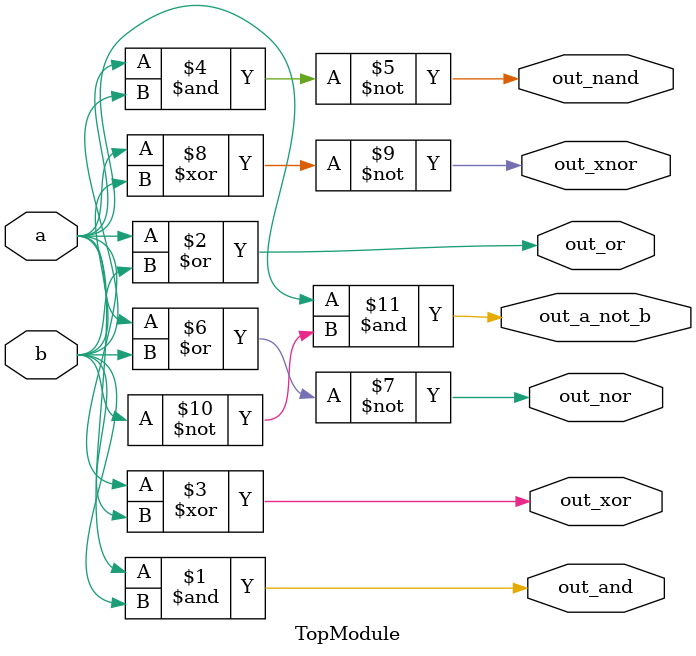
<source format=sv>
module TopModule (
    input  logic a,       // 1-bit input signal
    input  logic b,       // 1-bit input signal
    output logic out_and, // 1-bit output for AND operation
    output logic out_or,  // 1-bit output for OR operation
    output logic out_xor, // 1-bit output for XOR operation
    output logic out_nand,// 1-bit output for NAND operation
    output logic out_nor, // 1-bit output for NOR operation
    output logic out_xnor,// 1-bit output for XNOR operation
    output logic out_a_not_b // 1-bit output for A AND NOT B operation
);

    // Combinational logic for each output
    assign out_and = a & b;
    assign out_or = a | b;
    assign out_xor = a ^ b;
    assign out_nand = ~(a & b);
    assign out_nor = ~(a | b);
    assign out_xnor = ~(a ^ b);
    assign out_a_not_b = a & ~b;

endmodule
</source>
